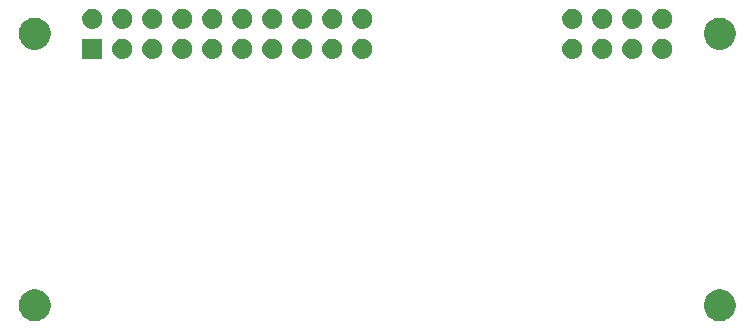
<source format=gbs>
G04 #@! TF.GenerationSoftware,KiCad,Pcbnew,(5.0.2)-1*
G04 #@! TF.CreationDate,2019-03-22T12:40:45+11:00*
G04 #@! TF.ProjectId,VeinCamHatZero,5665696e-4361-46d4-9861-745a65726f2e,rev?*
G04 #@! TF.SameCoordinates,Original*
G04 #@! TF.FileFunction,Soldermask,Bot*
G04 #@! TF.FilePolarity,Negative*
%FSLAX46Y46*%
G04 Gerber Fmt 4.6, Leading zero omitted, Abs format (unit mm)*
G04 Created by KiCad (PCBNEW (5.0.2)-1) date 22/03/2019 12:40:45*
%MOMM*%
%LPD*%
G01*
G04 APERTURE LIST*
%ADD10C,0.150000*%
G04 APERTURE END LIST*
D10*
G36*
X266893779Y-90201879D02*
X267139466Y-90303646D01*
X267360576Y-90451387D01*
X267548613Y-90639424D01*
X267696354Y-90860534D01*
X267798121Y-91106221D01*
X267850000Y-91367035D01*
X267850000Y-91632965D01*
X267798121Y-91893779D01*
X267696354Y-92139466D01*
X267548613Y-92360576D01*
X267360576Y-92548613D01*
X267139466Y-92696354D01*
X266893779Y-92798121D01*
X266632965Y-92850000D01*
X266367035Y-92850000D01*
X266106221Y-92798121D01*
X265860534Y-92696354D01*
X265639424Y-92548613D01*
X265451387Y-92360576D01*
X265303646Y-92139466D01*
X265201879Y-91893779D01*
X265150000Y-91632965D01*
X265150000Y-91367035D01*
X265201879Y-91106221D01*
X265303646Y-90860534D01*
X265451387Y-90639424D01*
X265639424Y-90451387D01*
X265860534Y-90303646D01*
X266106221Y-90201879D01*
X266367035Y-90150000D01*
X266632965Y-90150000D01*
X266893779Y-90201879D01*
X266893779Y-90201879D01*
G37*
G36*
X208893779Y-90201879D02*
X209139466Y-90303646D01*
X209360576Y-90451387D01*
X209548613Y-90639424D01*
X209696354Y-90860534D01*
X209798121Y-91106221D01*
X209850000Y-91367035D01*
X209850000Y-91632965D01*
X209798121Y-91893779D01*
X209696354Y-92139466D01*
X209548613Y-92360576D01*
X209360576Y-92548613D01*
X209139466Y-92696354D01*
X208893779Y-92798121D01*
X208632965Y-92850000D01*
X208367035Y-92850000D01*
X208106221Y-92798121D01*
X207860534Y-92696354D01*
X207639424Y-92548613D01*
X207451387Y-92360576D01*
X207303646Y-92139466D01*
X207201879Y-91893779D01*
X207150000Y-91632965D01*
X207150000Y-91367035D01*
X207201879Y-91106221D01*
X207303646Y-90860534D01*
X207451387Y-90639424D01*
X207639424Y-90451387D01*
X207860534Y-90303646D01*
X208106221Y-90201879D01*
X208367035Y-90150000D01*
X208632965Y-90150000D01*
X208893779Y-90201879D01*
X208893779Y-90201879D01*
G37*
G36*
X261796629Y-68932299D02*
X261919563Y-68969591D01*
X261956855Y-68980903D01*
X262010712Y-69009691D01*
X262104517Y-69059830D01*
X262233948Y-69166052D01*
X262340170Y-69295483D01*
X262390309Y-69389288D01*
X262419097Y-69443145D01*
X262419097Y-69443146D01*
X262467701Y-69603371D01*
X262484112Y-69770000D01*
X262467701Y-69936629D01*
X262430409Y-70059563D01*
X262419097Y-70096855D01*
X262390309Y-70150712D01*
X262340170Y-70244517D01*
X262233948Y-70373948D01*
X262104517Y-70480170D01*
X262010712Y-70530309D01*
X261956855Y-70559097D01*
X261919563Y-70570409D01*
X261796629Y-70607701D01*
X261671753Y-70620000D01*
X261588247Y-70620000D01*
X261463371Y-70607701D01*
X261340437Y-70570409D01*
X261303145Y-70559097D01*
X261249288Y-70530309D01*
X261155483Y-70480170D01*
X261026052Y-70373948D01*
X260919830Y-70244517D01*
X260869691Y-70150712D01*
X260840903Y-70096855D01*
X260829591Y-70059563D01*
X260792299Y-69936629D01*
X260775888Y-69770000D01*
X260792299Y-69603371D01*
X260840903Y-69443146D01*
X260840903Y-69443145D01*
X260869691Y-69389288D01*
X260919830Y-69295483D01*
X261026052Y-69166052D01*
X261155483Y-69059830D01*
X261249288Y-69009691D01*
X261303145Y-68980903D01*
X261340437Y-68969591D01*
X261463371Y-68932299D01*
X261588247Y-68920000D01*
X261671753Y-68920000D01*
X261796629Y-68932299D01*
X261796629Y-68932299D01*
G37*
G36*
X259256629Y-68932299D02*
X259379563Y-68969591D01*
X259416855Y-68980903D01*
X259470712Y-69009691D01*
X259564517Y-69059830D01*
X259693948Y-69166052D01*
X259800170Y-69295483D01*
X259850309Y-69389288D01*
X259879097Y-69443145D01*
X259879097Y-69443146D01*
X259927701Y-69603371D01*
X259944112Y-69770000D01*
X259927701Y-69936629D01*
X259890409Y-70059563D01*
X259879097Y-70096855D01*
X259850309Y-70150712D01*
X259800170Y-70244517D01*
X259693948Y-70373948D01*
X259564517Y-70480170D01*
X259470712Y-70530309D01*
X259416855Y-70559097D01*
X259379563Y-70570409D01*
X259256629Y-70607701D01*
X259131753Y-70620000D01*
X259048247Y-70620000D01*
X258923371Y-70607701D01*
X258800437Y-70570409D01*
X258763145Y-70559097D01*
X258709288Y-70530309D01*
X258615483Y-70480170D01*
X258486052Y-70373948D01*
X258379830Y-70244517D01*
X258329691Y-70150712D01*
X258300903Y-70096855D01*
X258289591Y-70059563D01*
X258252299Y-69936629D01*
X258235888Y-69770000D01*
X258252299Y-69603371D01*
X258300903Y-69443146D01*
X258300903Y-69443145D01*
X258329691Y-69389288D01*
X258379830Y-69295483D01*
X258486052Y-69166052D01*
X258615483Y-69059830D01*
X258709288Y-69009691D01*
X258763145Y-68980903D01*
X258800437Y-68969591D01*
X258923371Y-68932299D01*
X259048247Y-68920000D01*
X259131753Y-68920000D01*
X259256629Y-68932299D01*
X259256629Y-68932299D01*
G37*
G36*
X256716629Y-68932299D02*
X256839563Y-68969591D01*
X256876855Y-68980903D01*
X256930712Y-69009691D01*
X257024517Y-69059830D01*
X257153948Y-69166052D01*
X257260170Y-69295483D01*
X257310309Y-69389288D01*
X257339097Y-69443145D01*
X257339097Y-69443146D01*
X257387701Y-69603371D01*
X257404112Y-69770000D01*
X257387701Y-69936629D01*
X257350409Y-70059563D01*
X257339097Y-70096855D01*
X257310309Y-70150712D01*
X257260170Y-70244517D01*
X257153948Y-70373948D01*
X257024517Y-70480170D01*
X256930712Y-70530309D01*
X256876855Y-70559097D01*
X256839563Y-70570409D01*
X256716629Y-70607701D01*
X256591753Y-70620000D01*
X256508247Y-70620000D01*
X256383371Y-70607701D01*
X256260437Y-70570409D01*
X256223145Y-70559097D01*
X256169288Y-70530309D01*
X256075483Y-70480170D01*
X255946052Y-70373948D01*
X255839830Y-70244517D01*
X255789691Y-70150712D01*
X255760903Y-70096855D01*
X255749591Y-70059563D01*
X255712299Y-69936629D01*
X255695888Y-69770000D01*
X255712299Y-69603371D01*
X255760903Y-69443146D01*
X255760903Y-69443145D01*
X255789691Y-69389288D01*
X255839830Y-69295483D01*
X255946052Y-69166052D01*
X256075483Y-69059830D01*
X256169288Y-69009691D01*
X256223145Y-68980903D01*
X256260437Y-68969591D01*
X256383371Y-68932299D01*
X256508247Y-68920000D01*
X256591753Y-68920000D01*
X256716629Y-68932299D01*
X256716629Y-68932299D01*
G37*
G36*
X254176629Y-68932299D02*
X254299563Y-68969591D01*
X254336855Y-68980903D01*
X254390712Y-69009691D01*
X254484517Y-69059830D01*
X254613948Y-69166052D01*
X254720170Y-69295483D01*
X254770309Y-69389288D01*
X254799097Y-69443145D01*
X254799097Y-69443146D01*
X254847701Y-69603371D01*
X254864112Y-69770000D01*
X254847701Y-69936629D01*
X254810409Y-70059563D01*
X254799097Y-70096855D01*
X254770309Y-70150712D01*
X254720170Y-70244517D01*
X254613948Y-70373948D01*
X254484517Y-70480170D01*
X254390712Y-70530309D01*
X254336855Y-70559097D01*
X254299563Y-70570409D01*
X254176629Y-70607701D01*
X254051753Y-70620000D01*
X253968247Y-70620000D01*
X253843371Y-70607701D01*
X253720437Y-70570409D01*
X253683145Y-70559097D01*
X253629288Y-70530309D01*
X253535483Y-70480170D01*
X253406052Y-70373948D01*
X253299830Y-70244517D01*
X253249691Y-70150712D01*
X253220903Y-70096855D01*
X253209591Y-70059563D01*
X253172299Y-69936629D01*
X253155888Y-69770000D01*
X253172299Y-69603371D01*
X253220903Y-69443146D01*
X253220903Y-69443145D01*
X253249691Y-69389288D01*
X253299830Y-69295483D01*
X253406052Y-69166052D01*
X253535483Y-69059830D01*
X253629288Y-69009691D01*
X253683145Y-68980903D01*
X253720437Y-68969591D01*
X253843371Y-68932299D01*
X253968247Y-68920000D01*
X254051753Y-68920000D01*
X254176629Y-68932299D01*
X254176629Y-68932299D01*
G37*
G36*
X236396629Y-68932299D02*
X236519563Y-68969591D01*
X236556855Y-68980903D01*
X236610712Y-69009691D01*
X236704517Y-69059830D01*
X236833948Y-69166052D01*
X236940170Y-69295483D01*
X236990309Y-69389288D01*
X237019097Y-69443145D01*
X237019097Y-69443146D01*
X237067701Y-69603371D01*
X237084112Y-69770000D01*
X237067701Y-69936629D01*
X237030409Y-70059563D01*
X237019097Y-70096855D01*
X236990309Y-70150712D01*
X236940170Y-70244517D01*
X236833948Y-70373948D01*
X236704517Y-70480170D01*
X236610712Y-70530309D01*
X236556855Y-70559097D01*
X236519563Y-70570409D01*
X236396629Y-70607701D01*
X236271753Y-70620000D01*
X236188247Y-70620000D01*
X236063371Y-70607701D01*
X235940437Y-70570409D01*
X235903145Y-70559097D01*
X235849288Y-70530309D01*
X235755483Y-70480170D01*
X235626052Y-70373948D01*
X235519830Y-70244517D01*
X235469691Y-70150712D01*
X235440903Y-70096855D01*
X235429591Y-70059563D01*
X235392299Y-69936629D01*
X235375888Y-69770000D01*
X235392299Y-69603371D01*
X235440903Y-69443146D01*
X235440903Y-69443145D01*
X235469691Y-69389288D01*
X235519830Y-69295483D01*
X235626052Y-69166052D01*
X235755483Y-69059830D01*
X235849288Y-69009691D01*
X235903145Y-68980903D01*
X235940437Y-68969591D01*
X236063371Y-68932299D01*
X236188247Y-68920000D01*
X236271753Y-68920000D01*
X236396629Y-68932299D01*
X236396629Y-68932299D01*
G37*
G36*
X233856629Y-68932299D02*
X233979563Y-68969591D01*
X234016855Y-68980903D01*
X234070712Y-69009691D01*
X234164517Y-69059830D01*
X234293948Y-69166052D01*
X234400170Y-69295483D01*
X234450309Y-69389288D01*
X234479097Y-69443145D01*
X234479097Y-69443146D01*
X234527701Y-69603371D01*
X234544112Y-69770000D01*
X234527701Y-69936629D01*
X234490409Y-70059563D01*
X234479097Y-70096855D01*
X234450309Y-70150712D01*
X234400170Y-70244517D01*
X234293948Y-70373948D01*
X234164517Y-70480170D01*
X234070712Y-70530309D01*
X234016855Y-70559097D01*
X233979563Y-70570409D01*
X233856629Y-70607701D01*
X233731753Y-70620000D01*
X233648247Y-70620000D01*
X233523371Y-70607701D01*
X233400437Y-70570409D01*
X233363145Y-70559097D01*
X233309288Y-70530309D01*
X233215483Y-70480170D01*
X233086052Y-70373948D01*
X232979830Y-70244517D01*
X232929691Y-70150712D01*
X232900903Y-70096855D01*
X232889591Y-70059563D01*
X232852299Y-69936629D01*
X232835888Y-69770000D01*
X232852299Y-69603371D01*
X232900903Y-69443146D01*
X232900903Y-69443145D01*
X232929691Y-69389288D01*
X232979830Y-69295483D01*
X233086052Y-69166052D01*
X233215483Y-69059830D01*
X233309288Y-69009691D01*
X233363145Y-68980903D01*
X233400437Y-68969591D01*
X233523371Y-68932299D01*
X233648247Y-68920000D01*
X233731753Y-68920000D01*
X233856629Y-68932299D01*
X233856629Y-68932299D01*
G37*
G36*
X231316629Y-68932299D02*
X231439563Y-68969591D01*
X231476855Y-68980903D01*
X231530712Y-69009691D01*
X231624517Y-69059830D01*
X231753948Y-69166052D01*
X231860170Y-69295483D01*
X231910309Y-69389288D01*
X231939097Y-69443145D01*
X231939097Y-69443146D01*
X231987701Y-69603371D01*
X232004112Y-69770000D01*
X231987701Y-69936629D01*
X231950409Y-70059563D01*
X231939097Y-70096855D01*
X231910309Y-70150712D01*
X231860170Y-70244517D01*
X231753948Y-70373948D01*
X231624517Y-70480170D01*
X231530712Y-70530309D01*
X231476855Y-70559097D01*
X231439563Y-70570409D01*
X231316629Y-70607701D01*
X231191753Y-70620000D01*
X231108247Y-70620000D01*
X230983371Y-70607701D01*
X230860437Y-70570409D01*
X230823145Y-70559097D01*
X230769288Y-70530309D01*
X230675483Y-70480170D01*
X230546052Y-70373948D01*
X230439830Y-70244517D01*
X230389691Y-70150712D01*
X230360903Y-70096855D01*
X230349591Y-70059563D01*
X230312299Y-69936629D01*
X230295888Y-69770000D01*
X230312299Y-69603371D01*
X230360903Y-69443146D01*
X230360903Y-69443145D01*
X230389691Y-69389288D01*
X230439830Y-69295483D01*
X230546052Y-69166052D01*
X230675483Y-69059830D01*
X230769288Y-69009691D01*
X230823145Y-68980903D01*
X230860437Y-68969591D01*
X230983371Y-68932299D01*
X231108247Y-68920000D01*
X231191753Y-68920000D01*
X231316629Y-68932299D01*
X231316629Y-68932299D01*
G37*
G36*
X228776629Y-68932299D02*
X228899563Y-68969591D01*
X228936855Y-68980903D01*
X228990712Y-69009691D01*
X229084517Y-69059830D01*
X229213948Y-69166052D01*
X229320170Y-69295483D01*
X229370309Y-69389288D01*
X229399097Y-69443145D01*
X229399097Y-69443146D01*
X229447701Y-69603371D01*
X229464112Y-69770000D01*
X229447701Y-69936629D01*
X229410409Y-70059563D01*
X229399097Y-70096855D01*
X229370309Y-70150712D01*
X229320170Y-70244517D01*
X229213948Y-70373948D01*
X229084517Y-70480170D01*
X228990712Y-70530309D01*
X228936855Y-70559097D01*
X228899563Y-70570409D01*
X228776629Y-70607701D01*
X228651753Y-70620000D01*
X228568247Y-70620000D01*
X228443371Y-70607701D01*
X228320437Y-70570409D01*
X228283145Y-70559097D01*
X228229288Y-70530309D01*
X228135483Y-70480170D01*
X228006052Y-70373948D01*
X227899830Y-70244517D01*
X227849691Y-70150712D01*
X227820903Y-70096855D01*
X227809591Y-70059563D01*
X227772299Y-69936629D01*
X227755888Y-69770000D01*
X227772299Y-69603371D01*
X227820903Y-69443146D01*
X227820903Y-69443145D01*
X227849691Y-69389288D01*
X227899830Y-69295483D01*
X228006052Y-69166052D01*
X228135483Y-69059830D01*
X228229288Y-69009691D01*
X228283145Y-68980903D01*
X228320437Y-68969591D01*
X228443371Y-68932299D01*
X228568247Y-68920000D01*
X228651753Y-68920000D01*
X228776629Y-68932299D01*
X228776629Y-68932299D01*
G37*
G36*
X226236629Y-68932299D02*
X226359563Y-68969591D01*
X226396855Y-68980903D01*
X226450712Y-69009691D01*
X226544517Y-69059830D01*
X226673948Y-69166052D01*
X226780170Y-69295483D01*
X226830309Y-69389288D01*
X226859097Y-69443145D01*
X226859097Y-69443146D01*
X226907701Y-69603371D01*
X226924112Y-69770000D01*
X226907701Y-69936629D01*
X226870409Y-70059563D01*
X226859097Y-70096855D01*
X226830309Y-70150712D01*
X226780170Y-70244517D01*
X226673948Y-70373948D01*
X226544517Y-70480170D01*
X226450712Y-70530309D01*
X226396855Y-70559097D01*
X226359563Y-70570409D01*
X226236629Y-70607701D01*
X226111753Y-70620000D01*
X226028247Y-70620000D01*
X225903371Y-70607701D01*
X225780437Y-70570409D01*
X225743145Y-70559097D01*
X225689288Y-70530309D01*
X225595483Y-70480170D01*
X225466052Y-70373948D01*
X225359830Y-70244517D01*
X225309691Y-70150712D01*
X225280903Y-70096855D01*
X225269591Y-70059563D01*
X225232299Y-69936629D01*
X225215888Y-69770000D01*
X225232299Y-69603371D01*
X225280903Y-69443146D01*
X225280903Y-69443145D01*
X225309691Y-69389288D01*
X225359830Y-69295483D01*
X225466052Y-69166052D01*
X225595483Y-69059830D01*
X225689288Y-69009691D01*
X225743145Y-68980903D01*
X225780437Y-68969591D01*
X225903371Y-68932299D01*
X226028247Y-68920000D01*
X226111753Y-68920000D01*
X226236629Y-68932299D01*
X226236629Y-68932299D01*
G37*
G36*
X223696629Y-68932299D02*
X223819563Y-68969591D01*
X223856855Y-68980903D01*
X223910712Y-69009691D01*
X224004517Y-69059830D01*
X224133948Y-69166052D01*
X224240170Y-69295483D01*
X224290309Y-69389288D01*
X224319097Y-69443145D01*
X224319097Y-69443146D01*
X224367701Y-69603371D01*
X224384112Y-69770000D01*
X224367701Y-69936629D01*
X224330409Y-70059563D01*
X224319097Y-70096855D01*
X224290309Y-70150712D01*
X224240170Y-70244517D01*
X224133948Y-70373948D01*
X224004517Y-70480170D01*
X223910712Y-70530309D01*
X223856855Y-70559097D01*
X223819563Y-70570409D01*
X223696629Y-70607701D01*
X223571753Y-70620000D01*
X223488247Y-70620000D01*
X223363371Y-70607701D01*
X223240437Y-70570409D01*
X223203145Y-70559097D01*
X223149288Y-70530309D01*
X223055483Y-70480170D01*
X222926052Y-70373948D01*
X222819830Y-70244517D01*
X222769691Y-70150712D01*
X222740903Y-70096855D01*
X222729591Y-70059563D01*
X222692299Y-69936629D01*
X222675888Y-69770000D01*
X222692299Y-69603371D01*
X222740903Y-69443146D01*
X222740903Y-69443145D01*
X222769691Y-69389288D01*
X222819830Y-69295483D01*
X222926052Y-69166052D01*
X223055483Y-69059830D01*
X223149288Y-69009691D01*
X223203145Y-68980903D01*
X223240437Y-68969591D01*
X223363371Y-68932299D01*
X223488247Y-68920000D01*
X223571753Y-68920000D01*
X223696629Y-68932299D01*
X223696629Y-68932299D01*
G37*
G36*
X221156629Y-68932299D02*
X221279563Y-68969591D01*
X221316855Y-68980903D01*
X221370712Y-69009691D01*
X221464517Y-69059830D01*
X221593948Y-69166052D01*
X221700170Y-69295483D01*
X221750309Y-69389288D01*
X221779097Y-69443145D01*
X221779097Y-69443146D01*
X221827701Y-69603371D01*
X221844112Y-69770000D01*
X221827701Y-69936629D01*
X221790409Y-70059563D01*
X221779097Y-70096855D01*
X221750309Y-70150712D01*
X221700170Y-70244517D01*
X221593948Y-70373948D01*
X221464517Y-70480170D01*
X221370712Y-70530309D01*
X221316855Y-70559097D01*
X221279563Y-70570409D01*
X221156629Y-70607701D01*
X221031753Y-70620000D01*
X220948247Y-70620000D01*
X220823371Y-70607701D01*
X220700437Y-70570409D01*
X220663145Y-70559097D01*
X220609288Y-70530309D01*
X220515483Y-70480170D01*
X220386052Y-70373948D01*
X220279830Y-70244517D01*
X220229691Y-70150712D01*
X220200903Y-70096855D01*
X220189591Y-70059563D01*
X220152299Y-69936629D01*
X220135888Y-69770000D01*
X220152299Y-69603371D01*
X220200903Y-69443146D01*
X220200903Y-69443145D01*
X220229691Y-69389288D01*
X220279830Y-69295483D01*
X220386052Y-69166052D01*
X220515483Y-69059830D01*
X220609288Y-69009691D01*
X220663145Y-68980903D01*
X220700437Y-68969591D01*
X220823371Y-68932299D01*
X220948247Y-68920000D01*
X221031753Y-68920000D01*
X221156629Y-68932299D01*
X221156629Y-68932299D01*
G37*
G36*
X218616629Y-68932299D02*
X218739563Y-68969591D01*
X218776855Y-68980903D01*
X218830712Y-69009691D01*
X218924517Y-69059830D01*
X219053948Y-69166052D01*
X219160170Y-69295483D01*
X219210309Y-69389288D01*
X219239097Y-69443145D01*
X219239097Y-69443146D01*
X219287701Y-69603371D01*
X219304112Y-69770000D01*
X219287701Y-69936629D01*
X219250409Y-70059563D01*
X219239097Y-70096855D01*
X219210309Y-70150712D01*
X219160170Y-70244517D01*
X219053948Y-70373948D01*
X218924517Y-70480170D01*
X218830712Y-70530309D01*
X218776855Y-70559097D01*
X218739563Y-70570409D01*
X218616629Y-70607701D01*
X218491753Y-70620000D01*
X218408247Y-70620000D01*
X218283371Y-70607701D01*
X218160437Y-70570409D01*
X218123145Y-70559097D01*
X218069288Y-70530309D01*
X217975483Y-70480170D01*
X217846052Y-70373948D01*
X217739830Y-70244517D01*
X217689691Y-70150712D01*
X217660903Y-70096855D01*
X217649591Y-70059563D01*
X217612299Y-69936629D01*
X217595888Y-69770000D01*
X217612299Y-69603371D01*
X217660903Y-69443146D01*
X217660903Y-69443145D01*
X217689691Y-69389288D01*
X217739830Y-69295483D01*
X217846052Y-69166052D01*
X217975483Y-69059830D01*
X218069288Y-69009691D01*
X218123145Y-68980903D01*
X218160437Y-68969591D01*
X218283371Y-68932299D01*
X218408247Y-68920000D01*
X218491753Y-68920000D01*
X218616629Y-68932299D01*
X218616629Y-68932299D01*
G37*
G36*
X216076629Y-68932299D02*
X216199563Y-68969591D01*
X216236855Y-68980903D01*
X216290712Y-69009691D01*
X216384517Y-69059830D01*
X216513948Y-69166052D01*
X216620170Y-69295483D01*
X216670309Y-69389288D01*
X216699097Y-69443145D01*
X216699097Y-69443146D01*
X216747701Y-69603371D01*
X216764112Y-69770000D01*
X216747701Y-69936629D01*
X216710409Y-70059563D01*
X216699097Y-70096855D01*
X216670309Y-70150712D01*
X216620170Y-70244517D01*
X216513948Y-70373948D01*
X216384517Y-70480170D01*
X216290712Y-70530309D01*
X216236855Y-70559097D01*
X216199563Y-70570409D01*
X216076629Y-70607701D01*
X215951753Y-70620000D01*
X215868247Y-70620000D01*
X215743371Y-70607701D01*
X215620437Y-70570409D01*
X215583145Y-70559097D01*
X215529288Y-70530309D01*
X215435483Y-70480170D01*
X215306052Y-70373948D01*
X215199830Y-70244517D01*
X215149691Y-70150712D01*
X215120903Y-70096855D01*
X215109591Y-70059563D01*
X215072299Y-69936629D01*
X215055888Y-69770000D01*
X215072299Y-69603371D01*
X215120903Y-69443146D01*
X215120903Y-69443145D01*
X215149691Y-69389288D01*
X215199830Y-69295483D01*
X215306052Y-69166052D01*
X215435483Y-69059830D01*
X215529288Y-69009691D01*
X215583145Y-68980903D01*
X215620437Y-68969591D01*
X215743371Y-68932299D01*
X215868247Y-68920000D01*
X215951753Y-68920000D01*
X216076629Y-68932299D01*
X216076629Y-68932299D01*
G37*
G36*
X214220000Y-70620000D02*
X212520000Y-70620000D01*
X212520000Y-68920000D01*
X214220000Y-68920000D01*
X214220000Y-70620000D01*
X214220000Y-70620000D01*
G37*
G36*
X266893779Y-67201879D02*
X267139466Y-67303646D01*
X267360576Y-67451387D01*
X267548613Y-67639424D01*
X267696354Y-67860534D01*
X267798121Y-68106221D01*
X267850000Y-68367035D01*
X267850000Y-68632965D01*
X267798121Y-68893779D01*
X267696354Y-69139466D01*
X267548613Y-69360576D01*
X267360576Y-69548613D01*
X267139466Y-69696354D01*
X266893779Y-69798121D01*
X266632965Y-69850000D01*
X266367035Y-69850000D01*
X266106221Y-69798121D01*
X265860534Y-69696354D01*
X265639424Y-69548613D01*
X265451387Y-69360576D01*
X265303646Y-69139466D01*
X265201879Y-68893779D01*
X265150000Y-68632965D01*
X265150000Y-68367035D01*
X265201879Y-68106221D01*
X265303646Y-67860534D01*
X265451387Y-67639424D01*
X265639424Y-67451387D01*
X265860534Y-67303646D01*
X266106221Y-67201879D01*
X266367035Y-67150000D01*
X266632965Y-67150000D01*
X266893779Y-67201879D01*
X266893779Y-67201879D01*
G37*
G36*
X208893779Y-67201879D02*
X209139466Y-67303646D01*
X209360576Y-67451387D01*
X209548613Y-67639424D01*
X209696354Y-67860534D01*
X209798121Y-68106221D01*
X209850000Y-68367035D01*
X209850000Y-68632965D01*
X209798121Y-68893779D01*
X209696354Y-69139466D01*
X209548613Y-69360576D01*
X209360576Y-69548613D01*
X209139466Y-69696354D01*
X208893779Y-69798121D01*
X208632965Y-69850000D01*
X208367035Y-69850000D01*
X208106221Y-69798121D01*
X207860534Y-69696354D01*
X207639424Y-69548613D01*
X207451387Y-69360576D01*
X207303646Y-69139466D01*
X207201879Y-68893779D01*
X207150000Y-68632965D01*
X207150000Y-68367035D01*
X207201879Y-68106221D01*
X207303646Y-67860534D01*
X207451387Y-67639424D01*
X207639424Y-67451387D01*
X207860534Y-67303646D01*
X208106221Y-67201879D01*
X208367035Y-67150000D01*
X208632965Y-67150000D01*
X208893779Y-67201879D01*
X208893779Y-67201879D01*
G37*
G36*
X233856629Y-66392299D02*
X233979563Y-66429591D01*
X234016855Y-66440903D01*
X234070712Y-66469691D01*
X234164517Y-66519830D01*
X234293948Y-66626052D01*
X234400170Y-66755483D01*
X234450309Y-66849288D01*
X234479097Y-66903145D01*
X234479097Y-66903146D01*
X234527701Y-67063371D01*
X234544112Y-67230000D01*
X234527701Y-67396629D01*
X234511090Y-67451387D01*
X234479097Y-67556855D01*
X234450309Y-67610712D01*
X234400170Y-67704517D01*
X234293948Y-67833948D01*
X234164517Y-67940170D01*
X234070712Y-67990309D01*
X234016855Y-68019097D01*
X233979563Y-68030409D01*
X233856629Y-68067701D01*
X233731753Y-68080000D01*
X233648247Y-68080000D01*
X233523371Y-68067701D01*
X233400437Y-68030409D01*
X233363145Y-68019097D01*
X233309288Y-67990309D01*
X233215483Y-67940170D01*
X233086052Y-67833948D01*
X232979830Y-67704517D01*
X232929691Y-67610712D01*
X232900903Y-67556855D01*
X232868910Y-67451387D01*
X232852299Y-67396629D01*
X232835888Y-67230000D01*
X232852299Y-67063371D01*
X232900903Y-66903146D01*
X232900903Y-66903145D01*
X232929691Y-66849288D01*
X232979830Y-66755483D01*
X233086052Y-66626052D01*
X233215483Y-66519830D01*
X233309288Y-66469691D01*
X233363145Y-66440903D01*
X233400437Y-66429591D01*
X233523371Y-66392299D01*
X233648247Y-66380000D01*
X233731753Y-66380000D01*
X233856629Y-66392299D01*
X233856629Y-66392299D01*
G37*
G36*
X236396629Y-66392299D02*
X236519563Y-66429591D01*
X236556855Y-66440903D01*
X236610712Y-66469691D01*
X236704517Y-66519830D01*
X236833948Y-66626052D01*
X236940170Y-66755483D01*
X236990309Y-66849288D01*
X237019097Y-66903145D01*
X237019097Y-66903146D01*
X237067701Y-67063371D01*
X237084112Y-67230000D01*
X237067701Y-67396629D01*
X237051090Y-67451387D01*
X237019097Y-67556855D01*
X236990309Y-67610712D01*
X236940170Y-67704517D01*
X236833948Y-67833948D01*
X236704517Y-67940170D01*
X236610712Y-67990309D01*
X236556855Y-68019097D01*
X236519563Y-68030409D01*
X236396629Y-68067701D01*
X236271753Y-68080000D01*
X236188247Y-68080000D01*
X236063371Y-68067701D01*
X235940437Y-68030409D01*
X235903145Y-68019097D01*
X235849288Y-67990309D01*
X235755483Y-67940170D01*
X235626052Y-67833948D01*
X235519830Y-67704517D01*
X235469691Y-67610712D01*
X235440903Y-67556855D01*
X235408910Y-67451387D01*
X235392299Y-67396629D01*
X235375888Y-67230000D01*
X235392299Y-67063371D01*
X235440903Y-66903146D01*
X235440903Y-66903145D01*
X235469691Y-66849288D01*
X235519830Y-66755483D01*
X235626052Y-66626052D01*
X235755483Y-66519830D01*
X235849288Y-66469691D01*
X235903145Y-66440903D01*
X235940437Y-66429591D01*
X236063371Y-66392299D01*
X236188247Y-66380000D01*
X236271753Y-66380000D01*
X236396629Y-66392299D01*
X236396629Y-66392299D01*
G37*
G36*
X254176629Y-66392299D02*
X254299563Y-66429591D01*
X254336855Y-66440903D01*
X254390712Y-66469691D01*
X254484517Y-66519830D01*
X254613948Y-66626052D01*
X254720170Y-66755483D01*
X254770309Y-66849288D01*
X254799097Y-66903145D01*
X254799097Y-66903146D01*
X254847701Y-67063371D01*
X254864112Y-67230000D01*
X254847701Y-67396629D01*
X254831090Y-67451387D01*
X254799097Y-67556855D01*
X254770309Y-67610712D01*
X254720170Y-67704517D01*
X254613948Y-67833948D01*
X254484517Y-67940170D01*
X254390712Y-67990309D01*
X254336855Y-68019097D01*
X254299563Y-68030409D01*
X254176629Y-68067701D01*
X254051753Y-68080000D01*
X253968247Y-68080000D01*
X253843371Y-68067701D01*
X253720437Y-68030409D01*
X253683145Y-68019097D01*
X253629288Y-67990309D01*
X253535483Y-67940170D01*
X253406052Y-67833948D01*
X253299830Y-67704517D01*
X253249691Y-67610712D01*
X253220903Y-67556855D01*
X253188910Y-67451387D01*
X253172299Y-67396629D01*
X253155888Y-67230000D01*
X253172299Y-67063371D01*
X253220903Y-66903146D01*
X253220903Y-66903145D01*
X253249691Y-66849288D01*
X253299830Y-66755483D01*
X253406052Y-66626052D01*
X253535483Y-66519830D01*
X253629288Y-66469691D01*
X253683145Y-66440903D01*
X253720437Y-66429591D01*
X253843371Y-66392299D01*
X253968247Y-66380000D01*
X254051753Y-66380000D01*
X254176629Y-66392299D01*
X254176629Y-66392299D01*
G37*
G36*
X256716629Y-66392299D02*
X256839563Y-66429591D01*
X256876855Y-66440903D01*
X256930712Y-66469691D01*
X257024517Y-66519830D01*
X257153948Y-66626052D01*
X257260170Y-66755483D01*
X257310309Y-66849288D01*
X257339097Y-66903145D01*
X257339097Y-66903146D01*
X257387701Y-67063371D01*
X257404112Y-67230000D01*
X257387701Y-67396629D01*
X257371090Y-67451387D01*
X257339097Y-67556855D01*
X257310309Y-67610712D01*
X257260170Y-67704517D01*
X257153948Y-67833948D01*
X257024517Y-67940170D01*
X256930712Y-67990309D01*
X256876855Y-68019097D01*
X256839563Y-68030409D01*
X256716629Y-68067701D01*
X256591753Y-68080000D01*
X256508247Y-68080000D01*
X256383371Y-68067701D01*
X256260437Y-68030409D01*
X256223145Y-68019097D01*
X256169288Y-67990309D01*
X256075483Y-67940170D01*
X255946052Y-67833948D01*
X255839830Y-67704517D01*
X255789691Y-67610712D01*
X255760903Y-67556855D01*
X255728910Y-67451387D01*
X255712299Y-67396629D01*
X255695888Y-67230000D01*
X255712299Y-67063371D01*
X255760903Y-66903146D01*
X255760903Y-66903145D01*
X255789691Y-66849288D01*
X255839830Y-66755483D01*
X255946052Y-66626052D01*
X256075483Y-66519830D01*
X256169288Y-66469691D01*
X256223145Y-66440903D01*
X256260437Y-66429591D01*
X256383371Y-66392299D01*
X256508247Y-66380000D01*
X256591753Y-66380000D01*
X256716629Y-66392299D01*
X256716629Y-66392299D01*
G37*
G36*
X231316629Y-66392299D02*
X231439563Y-66429591D01*
X231476855Y-66440903D01*
X231530712Y-66469691D01*
X231624517Y-66519830D01*
X231753948Y-66626052D01*
X231860170Y-66755483D01*
X231910309Y-66849288D01*
X231939097Y-66903145D01*
X231939097Y-66903146D01*
X231987701Y-67063371D01*
X232004112Y-67230000D01*
X231987701Y-67396629D01*
X231971090Y-67451387D01*
X231939097Y-67556855D01*
X231910309Y-67610712D01*
X231860170Y-67704517D01*
X231753948Y-67833948D01*
X231624517Y-67940170D01*
X231530712Y-67990309D01*
X231476855Y-68019097D01*
X231439563Y-68030409D01*
X231316629Y-68067701D01*
X231191753Y-68080000D01*
X231108247Y-68080000D01*
X230983371Y-68067701D01*
X230860437Y-68030409D01*
X230823145Y-68019097D01*
X230769288Y-67990309D01*
X230675483Y-67940170D01*
X230546052Y-67833948D01*
X230439830Y-67704517D01*
X230389691Y-67610712D01*
X230360903Y-67556855D01*
X230328910Y-67451387D01*
X230312299Y-67396629D01*
X230295888Y-67230000D01*
X230312299Y-67063371D01*
X230360903Y-66903146D01*
X230360903Y-66903145D01*
X230389691Y-66849288D01*
X230439830Y-66755483D01*
X230546052Y-66626052D01*
X230675483Y-66519830D01*
X230769288Y-66469691D01*
X230823145Y-66440903D01*
X230860437Y-66429591D01*
X230983371Y-66392299D01*
X231108247Y-66380000D01*
X231191753Y-66380000D01*
X231316629Y-66392299D01*
X231316629Y-66392299D01*
G37*
G36*
X259256629Y-66392299D02*
X259379563Y-66429591D01*
X259416855Y-66440903D01*
X259470712Y-66469691D01*
X259564517Y-66519830D01*
X259693948Y-66626052D01*
X259800170Y-66755483D01*
X259850309Y-66849288D01*
X259879097Y-66903145D01*
X259879097Y-66903146D01*
X259927701Y-67063371D01*
X259944112Y-67230000D01*
X259927701Y-67396629D01*
X259911090Y-67451387D01*
X259879097Y-67556855D01*
X259850309Y-67610712D01*
X259800170Y-67704517D01*
X259693948Y-67833948D01*
X259564517Y-67940170D01*
X259470712Y-67990309D01*
X259416855Y-68019097D01*
X259379563Y-68030409D01*
X259256629Y-68067701D01*
X259131753Y-68080000D01*
X259048247Y-68080000D01*
X258923371Y-68067701D01*
X258800437Y-68030409D01*
X258763145Y-68019097D01*
X258709288Y-67990309D01*
X258615483Y-67940170D01*
X258486052Y-67833948D01*
X258379830Y-67704517D01*
X258329691Y-67610712D01*
X258300903Y-67556855D01*
X258268910Y-67451387D01*
X258252299Y-67396629D01*
X258235888Y-67230000D01*
X258252299Y-67063371D01*
X258300903Y-66903146D01*
X258300903Y-66903145D01*
X258329691Y-66849288D01*
X258379830Y-66755483D01*
X258486052Y-66626052D01*
X258615483Y-66519830D01*
X258709288Y-66469691D01*
X258763145Y-66440903D01*
X258800437Y-66429591D01*
X258923371Y-66392299D01*
X259048247Y-66380000D01*
X259131753Y-66380000D01*
X259256629Y-66392299D01*
X259256629Y-66392299D01*
G37*
G36*
X261796629Y-66392299D02*
X261919563Y-66429591D01*
X261956855Y-66440903D01*
X262010712Y-66469691D01*
X262104517Y-66519830D01*
X262233948Y-66626052D01*
X262340170Y-66755483D01*
X262390309Y-66849288D01*
X262419097Y-66903145D01*
X262419097Y-66903146D01*
X262467701Y-67063371D01*
X262484112Y-67230000D01*
X262467701Y-67396629D01*
X262451090Y-67451387D01*
X262419097Y-67556855D01*
X262390309Y-67610712D01*
X262340170Y-67704517D01*
X262233948Y-67833948D01*
X262104517Y-67940170D01*
X262010712Y-67990309D01*
X261956855Y-68019097D01*
X261919563Y-68030409D01*
X261796629Y-68067701D01*
X261671753Y-68080000D01*
X261588247Y-68080000D01*
X261463371Y-68067701D01*
X261340437Y-68030409D01*
X261303145Y-68019097D01*
X261249288Y-67990309D01*
X261155483Y-67940170D01*
X261026052Y-67833948D01*
X260919830Y-67704517D01*
X260869691Y-67610712D01*
X260840903Y-67556855D01*
X260808910Y-67451387D01*
X260792299Y-67396629D01*
X260775888Y-67230000D01*
X260792299Y-67063371D01*
X260840903Y-66903146D01*
X260840903Y-66903145D01*
X260869691Y-66849288D01*
X260919830Y-66755483D01*
X261026052Y-66626052D01*
X261155483Y-66519830D01*
X261249288Y-66469691D01*
X261303145Y-66440903D01*
X261340437Y-66429591D01*
X261463371Y-66392299D01*
X261588247Y-66380000D01*
X261671753Y-66380000D01*
X261796629Y-66392299D01*
X261796629Y-66392299D01*
G37*
G36*
X228776629Y-66392299D02*
X228899563Y-66429591D01*
X228936855Y-66440903D01*
X228990712Y-66469691D01*
X229084517Y-66519830D01*
X229213948Y-66626052D01*
X229320170Y-66755483D01*
X229370309Y-66849288D01*
X229399097Y-66903145D01*
X229399097Y-66903146D01*
X229447701Y-67063371D01*
X229464112Y-67230000D01*
X229447701Y-67396629D01*
X229431090Y-67451387D01*
X229399097Y-67556855D01*
X229370309Y-67610712D01*
X229320170Y-67704517D01*
X229213948Y-67833948D01*
X229084517Y-67940170D01*
X228990712Y-67990309D01*
X228936855Y-68019097D01*
X228899563Y-68030409D01*
X228776629Y-68067701D01*
X228651753Y-68080000D01*
X228568247Y-68080000D01*
X228443371Y-68067701D01*
X228320437Y-68030409D01*
X228283145Y-68019097D01*
X228229288Y-67990309D01*
X228135483Y-67940170D01*
X228006052Y-67833948D01*
X227899830Y-67704517D01*
X227849691Y-67610712D01*
X227820903Y-67556855D01*
X227788910Y-67451387D01*
X227772299Y-67396629D01*
X227755888Y-67230000D01*
X227772299Y-67063371D01*
X227820903Y-66903146D01*
X227820903Y-66903145D01*
X227849691Y-66849288D01*
X227899830Y-66755483D01*
X228006052Y-66626052D01*
X228135483Y-66519830D01*
X228229288Y-66469691D01*
X228283145Y-66440903D01*
X228320437Y-66429591D01*
X228443371Y-66392299D01*
X228568247Y-66380000D01*
X228651753Y-66380000D01*
X228776629Y-66392299D01*
X228776629Y-66392299D01*
G37*
G36*
X223696629Y-66392299D02*
X223819563Y-66429591D01*
X223856855Y-66440903D01*
X223910712Y-66469691D01*
X224004517Y-66519830D01*
X224133948Y-66626052D01*
X224240170Y-66755483D01*
X224290309Y-66849288D01*
X224319097Y-66903145D01*
X224319097Y-66903146D01*
X224367701Y-67063371D01*
X224384112Y-67230000D01*
X224367701Y-67396629D01*
X224351090Y-67451387D01*
X224319097Y-67556855D01*
X224290309Y-67610712D01*
X224240170Y-67704517D01*
X224133948Y-67833948D01*
X224004517Y-67940170D01*
X223910712Y-67990309D01*
X223856855Y-68019097D01*
X223819563Y-68030409D01*
X223696629Y-68067701D01*
X223571753Y-68080000D01*
X223488247Y-68080000D01*
X223363371Y-68067701D01*
X223240437Y-68030409D01*
X223203145Y-68019097D01*
X223149288Y-67990309D01*
X223055483Y-67940170D01*
X222926052Y-67833948D01*
X222819830Y-67704517D01*
X222769691Y-67610712D01*
X222740903Y-67556855D01*
X222708910Y-67451387D01*
X222692299Y-67396629D01*
X222675888Y-67230000D01*
X222692299Y-67063371D01*
X222740903Y-66903146D01*
X222740903Y-66903145D01*
X222769691Y-66849288D01*
X222819830Y-66755483D01*
X222926052Y-66626052D01*
X223055483Y-66519830D01*
X223149288Y-66469691D01*
X223203145Y-66440903D01*
X223240437Y-66429591D01*
X223363371Y-66392299D01*
X223488247Y-66380000D01*
X223571753Y-66380000D01*
X223696629Y-66392299D01*
X223696629Y-66392299D01*
G37*
G36*
X221156629Y-66392299D02*
X221279563Y-66429591D01*
X221316855Y-66440903D01*
X221370712Y-66469691D01*
X221464517Y-66519830D01*
X221593948Y-66626052D01*
X221700170Y-66755483D01*
X221750309Y-66849288D01*
X221779097Y-66903145D01*
X221779097Y-66903146D01*
X221827701Y-67063371D01*
X221844112Y-67230000D01*
X221827701Y-67396629D01*
X221811090Y-67451387D01*
X221779097Y-67556855D01*
X221750309Y-67610712D01*
X221700170Y-67704517D01*
X221593948Y-67833948D01*
X221464517Y-67940170D01*
X221370712Y-67990309D01*
X221316855Y-68019097D01*
X221279563Y-68030409D01*
X221156629Y-68067701D01*
X221031753Y-68080000D01*
X220948247Y-68080000D01*
X220823371Y-68067701D01*
X220700437Y-68030409D01*
X220663145Y-68019097D01*
X220609288Y-67990309D01*
X220515483Y-67940170D01*
X220386052Y-67833948D01*
X220279830Y-67704517D01*
X220229691Y-67610712D01*
X220200903Y-67556855D01*
X220168910Y-67451387D01*
X220152299Y-67396629D01*
X220135888Y-67230000D01*
X220152299Y-67063371D01*
X220200903Y-66903146D01*
X220200903Y-66903145D01*
X220229691Y-66849288D01*
X220279830Y-66755483D01*
X220386052Y-66626052D01*
X220515483Y-66519830D01*
X220609288Y-66469691D01*
X220663145Y-66440903D01*
X220700437Y-66429591D01*
X220823371Y-66392299D01*
X220948247Y-66380000D01*
X221031753Y-66380000D01*
X221156629Y-66392299D01*
X221156629Y-66392299D01*
G37*
G36*
X226236629Y-66392299D02*
X226359563Y-66429591D01*
X226396855Y-66440903D01*
X226450712Y-66469691D01*
X226544517Y-66519830D01*
X226673948Y-66626052D01*
X226780170Y-66755483D01*
X226830309Y-66849288D01*
X226859097Y-66903145D01*
X226859097Y-66903146D01*
X226907701Y-67063371D01*
X226924112Y-67230000D01*
X226907701Y-67396629D01*
X226891090Y-67451387D01*
X226859097Y-67556855D01*
X226830309Y-67610712D01*
X226780170Y-67704517D01*
X226673948Y-67833948D01*
X226544517Y-67940170D01*
X226450712Y-67990309D01*
X226396855Y-68019097D01*
X226359563Y-68030409D01*
X226236629Y-68067701D01*
X226111753Y-68080000D01*
X226028247Y-68080000D01*
X225903371Y-68067701D01*
X225780437Y-68030409D01*
X225743145Y-68019097D01*
X225689288Y-67990309D01*
X225595483Y-67940170D01*
X225466052Y-67833948D01*
X225359830Y-67704517D01*
X225309691Y-67610712D01*
X225280903Y-67556855D01*
X225248910Y-67451387D01*
X225232299Y-67396629D01*
X225215888Y-67230000D01*
X225232299Y-67063371D01*
X225280903Y-66903146D01*
X225280903Y-66903145D01*
X225309691Y-66849288D01*
X225359830Y-66755483D01*
X225466052Y-66626052D01*
X225595483Y-66519830D01*
X225689288Y-66469691D01*
X225743145Y-66440903D01*
X225780437Y-66429591D01*
X225903371Y-66392299D01*
X226028247Y-66380000D01*
X226111753Y-66380000D01*
X226236629Y-66392299D01*
X226236629Y-66392299D01*
G37*
G36*
X218616629Y-66392299D02*
X218739563Y-66429591D01*
X218776855Y-66440903D01*
X218830712Y-66469691D01*
X218924517Y-66519830D01*
X219053948Y-66626052D01*
X219160170Y-66755483D01*
X219210309Y-66849288D01*
X219239097Y-66903145D01*
X219239097Y-66903146D01*
X219287701Y-67063371D01*
X219304112Y-67230000D01*
X219287701Y-67396629D01*
X219271090Y-67451387D01*
X219239097Y-67556855D01*
X219210309Y-67610712D01*
X219160170Y-67704517D01*
X219053948Y-67833948D01*
X218924517Y-67940170D01*
X218830712Y-67990309D01*
X218776855Y-68019097D01*
X218739563Y-68030409D01*
X218616629Y-68067701D01*
X218491753Y-68080000D01*
X218408247Y-68080000D01*
X218283371Y-68067701D01*
X218160437Y-68030409D01*
X218123145Y-68019097D01*
X218069288Y-67990309D01*
X217975483Y-67940170D01*
X217846052Y-67833948D01*
X217739830Y-67704517D01*
X217689691Y-67610712D01*
X217660903Y-67556855D01*
X217628910Y-67451387D01*
X217612299Y-67396629D01*
X217595888Y-67230000D01*
X217612299Y-67063371D01*
X217660903Y-66903146D01*
X217660903Y-66903145D01*
X217689691Y-66849288D01*
X217739830Y-66755483D01*
X217846052Y-66626052D01*
X217975483Y-66519830D01*
X218069288Y-66469691D01*
X218123145Y-66440903D01*
X218160437Y-66429591D01*
X218283371Y-66392299D01*
X218408247Y-66380000D01*
X218491753Y-66380000D01*
X218616629Y-66392299D01*
X218616629Y-66392299D01*
G37*
G36*
X216076629Y-66392299D02*
X216199563Y-66429591D01*
X216236855Y-66440903D01*
X216290712Y-66469691D01*
X216384517Y-66519830D01*
X216513948Y-66626052D01*
X216620170Y-66755483D01*
X216670309Y-66849288D01*
X216699097Y-66903145D01*
X216699097Y-66903146D01*
X216747701Y-67063371D01*
X216764112Y-67230000D01*
X216747701Y-67396629D01*
X216731090Y-67451387D01*
X216699097Y-67556855D01*
X216670309Y-67610712D01*
X216620170Y-67704517D01*
X216513948Y-67833948D01*
X216384517Y-67940170D01*
X216290712Y-67990309D01*
X216236855Y-68019097D01*
X216199563Y-68030409D01*
X216076629Y-68067701D01*
X215951753Y-68080000D01*
X215868247Y-68080000D01*
X215743371Y-68067701D01*
X215620437Y-68030409D01*
X215583145Y-68019097D01*
X215529288Y-67990309D01*
X215435483Y-67940170D01*
X215306052Y-67833948D01*
X215199830Y-67704517D01*
X215149691Y-67610712D01*
X215120903Y-67556855D01*
X215088910Y-67451387D01*
X215072299Y-67396629D01*
X215055888Y-67230000D01*
X215072299Y-67063371D01*
X215120903Y-66903146D01*
X215120903Y-66903145D01*
X215149691Y-66849288D01*
X215199830Y-66755483D01*
X215306052Y-66626052D01*
X215435483Y-66519830D01*
X215529288Y-66469691D01*
X215583145Y-66440903D01*
X215620437Y-66429591D01*
X215743371Y-66392299D01*
X215868247Y-66380000D01*
X215951753Y-66380000D01*
X216076629Y-66392299D01*
X216076629Y-66392299D01*
G37*
G36*
X213536629Y-66392299D02*
X213659563Y-66429591D01*
X213696855Y-66440903D01*
X213750712Y-66469691D01*
X213844517Y-66519830D01*
X213973948Y-66626052D01*
X214080170Y-66755483D01*
X214130309Y-66849288D01*
X214159097Y-66903145D01*
X214159097Y-66903146D01*
X214207701Y-67063371D01*
X214224112Y-67230000D01*
X214207701Y-67396629D01*
X214191090Y-67451387D01*
X214159097Y-67556855D01*
X214130309Y-67610712D01*
X214080170Y-67704517D01*
X213973948Y-67833948D01*
X213844517Y-67940170D01*
X213750712Y-67990309D01*
X213696855Y-68019097D01*
X213659563Y-68030409D01*
X213536629Y-68067701D01*
X213411753Y-68080000D01*
X213328247Y-68080000D01*
X213203371Y-68067701D01*
X213080437Y-68030409D01*
X213043145Y-68019097D01*
X212989288Y-67990309D01*
X212895483Y-67940170D01*
X212766052Y-67833948D01*
X212659830Y-67704517D01*
X212609691Y-67610712D01*
X212580903Y-67556855D01*
X212548910Y-67451387D01*
X212532299Y-67396629D01*
X212515888Y-67230000D01*
X212532299Y-67063371D01*
X212580903Y-66903146D01*
X212580903Y-66903145D01*
X212609691Y-66849288D01*
X212659830Y-66755483D01*
X212766052Y-66626052D01*
X212895483Y-66519830D01*
X212989288Y-66469691D01*
X213043145Y-66440903D01*
X213080437Y-66429591D01*
X213203371Y-66392299D01*
X213328247Y-66380000D01*
X213411753Y-66380000D01*
X213536629Y-66392299D01*
X213536629Y-66392299D01*
G37*
M02*

</source>
